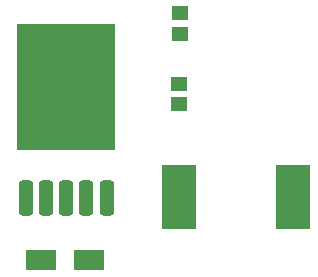
<source format=gtp>
G04*
G04 #@! TF.GenerationSoftware,Altium Limited,Altium Designer,23.2.1 (34)*
G04*
G04 Layer_Color=8421504*
%FSLAX25Y25*%
%MOIN*%
G70*
G04*
G04 #@! TF.SameCoordinates,563C74A3-C083-4828-BA4E-F0EE4E1FBB61*
G04*
G04*
G04 #@! TF.FilePolarity,Positive*
G04*
G01*
G75*
%ADD12R,0.11417X0.21260*%
%ADD13R,0.09843X0.06693*%
%ADD14R,0.05315X0.04528*%
%ADD15R,0.32992X0.41968*%
G04:AMPARAMS|DCode=16|XSize=47.24mil|YSize=118.7mil|CornerRadius=11.81mil|HoleSize=0mil|Usage=FLASHONLY|Rotation=0.000|XOffset=0mil|YOffset=0mil|HoleType=Round|Shape=RoundedRectangle|*
%AMROUNDEDRECTD16*
21,1,0.04724,0.09508,0,0,0.0*
21,1,0.02362,0.11870,0,0,0.0*
1,1,0.02362,0.01181,-0.04754*
1,1,0.02362,-0.01181,-0.04754*
1,1,0.02362,-0.01181,0.04754*
1,1,0.02362,0.01181,0.04754*
%
%ADD16ROUNDEDRECTD16*%
D12*
X618595Y226000D02*
D03*
X580406D02*
D03*
D13*
X534626Y205000D02*
D03*
X550374D02*
D03*
D14*
X581000Y287445D02*
D03*
Y280555D02*
D03*
X580500Y263945D02*
D03*
Y257055D02*
D03*
D15*
X542950Y262900D02*
D03*
D16*
X536200Y225900D02*
D03*
X556450D02*
D03*
X549700D02*
D03*
X542950D02*
D03*
X529450D02*
D03*
M02*

</source>
